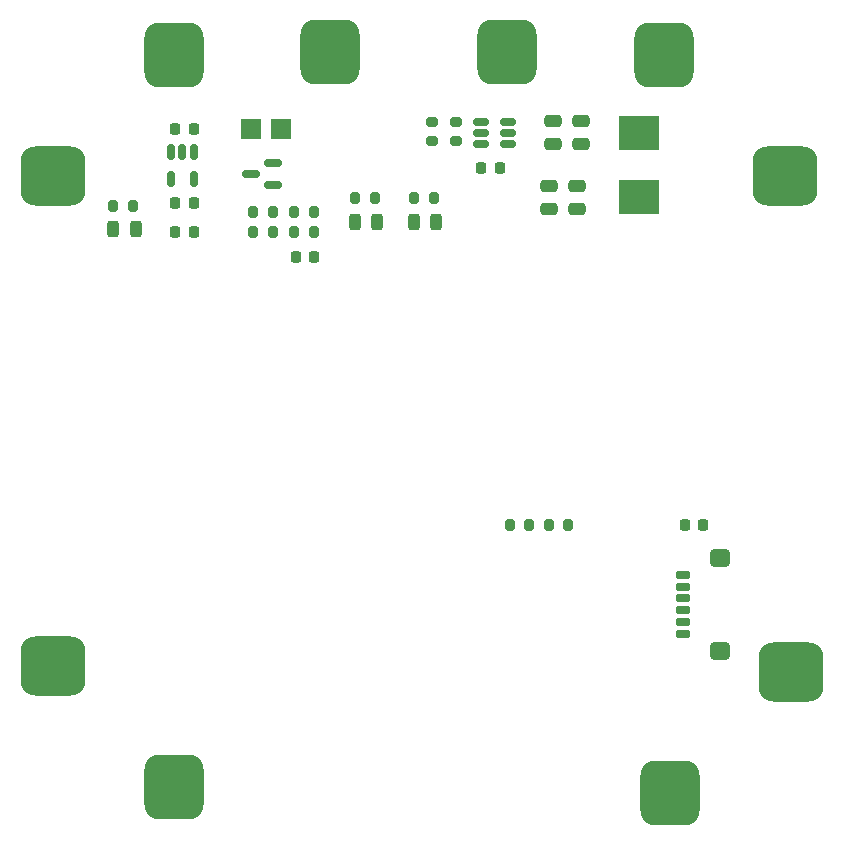
<source format=gtp>
G04 #@! TF.GenerationSoftware,KiCad,Pcbnew,8.0.7*
G04 #@! TF.CreationDate,2025-04-19T00:44:46-07:00*
G04 #@! TF.ProjectId,Hardware,48617264-7761-4726-952e-6b696361645f,rev?*
G04 #@! TF.SameCoordinates,Original*
G04 #@! TF.FileFunction,Paste,Top*
G04 #@! TF.FilePolarity,Positive*
%FSLAX46Y46*%
G04 Gerber Fmt 4.6, Leading zero omitted, Abs format (unit mm)*
G04 Created by KiCad (PCBNEW 8.0.7) date 2025-04-19 00:44:46*
%MOMM*%
%LPD*%
G01*
G04 APERTURE LIST*
G04 Aperture macros list*
%AMRoundRect*
0 Rectangle with rounded corners*
0 $1 Rounding radius*
0 $2 $3 $4 $5 $6 $7 $8 $9 X,Y pos of 4 corners*
0 Add a 4 corners polygon primitive as box body*
4,1,4,$2,$3,$4,$5,$6,$7,$8,$9,$2,$3,0*
0 Add four circle primitives for the rounded corners*
1,1,$1+$1,$2,$3*
1,1,$1+$1,$4,$5*
1,1,$1+$1,$6,$7*
1,1,$1+$1,$8,$9*
0 Add four rect primitives between the rounded corners*
20,1,$1+$1,$2,$3,$4,$5,0*
20,1,$1+$1,$4,$5,$6,$7,0*
20,1,$1+$1,$6,$7,$8,$9,0*
20,1,$1+$1,$8,$9,$2,$3,0*%
G04 Aperture macros list end*
%ADD10RoundRect,0.225000X-0.225000X-0.250000X0.225000X-0.250000X0.225000X0.250000X-0.225000X0.250000X0*%
%ADD11RoundRect,0.200000X0.200000X0.275000X-0.200000X0.275000X-0.200000X-0.275000X0.200000X-0.275000X0*%
%ADD12RoundRect,0.200000X0.275000X-0.200000X0.275000X0.200000X-0.275000X0.200000X-0.275000X-0.200000X0*%
%ADD13RoundRect,0.200000X-0.200000X-0.275000X0.200000X-0.275000X0.200000X0.275000X-0.200000X0.275000X0*%
%ADD14RoundRect,1.250000X-1.250000X-1.500000X1.250000X-1.500000X1.250000X1.500000X-1.250000X1.500000X0*%
%ADD15RoundRect,1.250000X1.250000X1.500000X-1.250000X1.500000X-1.250000X-1.500000X1.250000X-1.500000X0*%
%ADD16RoundRect,0.150000X0.512500X0.150000X-0.512500X0.150000X-0.512500X-0.150000X0.512500X-0.150000X0*%
%ADD17RoundRect,0.250000X-0.475000X0.250000X-0.475000X-0.250000X0.475000X-0.250000X0.475000X0.250000X0*%
%ADD18RoundRect,0.243750X0.243750X0.456250X-0.243750X0.456250X-0.243750X-0.456250X0.243750X-0.456250X0*%
%ADD19RoundRect,0.250000X0.475000X-0.250000X0.475000X0.250000X-0.475000X0.250000X-0.475000X-0.250000X0*%
%ADD20RoundRect,0.225000X0.225000X0.250000X-0.225000X0.250000X-0.225000X-0.250000X0.225000X-0.250000X0*%
%ADD21R,1.700000X1.700000*%
%ADD22RoundRect,0.150000X0.587500X0.150000X-0.587500X0.150000X-0.587500X-0.150000X0.587500X-0.150000X0*%
%ADD23RoundRect,0.150000X0.475000X-0.150000X0.475000X0.150000X-0.475000X0.150000X-0.475000X-0.150000X0*%
%ADD24RoundRect,0.375000X0.475000X-0.375000X0.475000X0.375000X-0.475000X0.375000X-0.475000X-0.375000X0*%
%ADD25R,3.500000X2.950000*%
%ADD26RoundRect,1.250000X-1.500000X1.250000X-1.500000X-1.250000X1.500000X-1.250000X1.500000X1.250000X0*%
%ADD27RoundRect,0.200000X-0.275000X0.200000X-0.275000X-0.200000X0.275000X-0.200000X0.275000X0.200000X0*%
%ADD28RoundRect,1.250000X1.500000X-1.250000X1.500000X1.250000X-1.500000X1.250000X-1.500000X-1.250000X0*%
%ADD29RoundRect,0.150000X-0.150000X0.512500X-0.150000X-0.512500X0.150000X-0.512500X0.150000X0.512500X0*%
G04 APERTURE END LIST*
D10*
X188550000Y-81750000D03*
X190100000Y-81750000D03*
D11*
X175350000Y-81750000D03*
X173700000Y-81750000D03*
D12*
X169140000Y-49300000D03*
X169140000Y-47650000D03*
D13*
X152000000Y-55300000D03*
X153650000Y-55300000D03*
D11*
X157100000Y-57000000D03*
X155450000Y-57000000D03*
D14*
X158500000Y-41750000D03*
D15*
X173500000Y-41750000D03*
D16*
X173575000Y-49550000D03*
X173575000Y-48600000D03*
X173575000Y-47650000D03*
X171300000Y-47650000D03*
X171300000Y-48600000D03*
X171300000Y-49550000D03*
D17*
X177400000Y-47600000D03*
X177400000Y-49500000D03*
X179775000Y-47600000D03*
X179775000Y-49500000D03*
D11*
X167275000Y-54107500D03*
X165625000Y-54107500D03*
D18*
X162500000Y-56142500D03*
X160625000Y-56142500D03*
X167500000Y-56142500D03*
X165625000Y-56142500D03*
D19*
X179375000Y-55000000D03*
X179375000Y-53100000D03*
D20*
X146950000Y-48237500D03*
X145400000Y-48237500D03*
X157125000Y-59100000D03*
X155575000Y-59100000D03*
D21*
X154315000Y-48275000D03*
X151775000Y-48275000D03*
D19*
X177000000Y-55000000D03*
X177000000Y-53100000D03*
D13*
X177025000Y-81750000D03*
X178675000Y-81750000D03*
D22*
X153650000Y-53000000D03*
X153650000Y-51100000D03*
X151775000Y-52050000D03*
D11*
X162275000Y-54107500D03*
X160625000Y-54107500D03*
D23*
X188410000Y-91000000D03*
X188410000Y-90000000D03*
X188410000Y-89000000D03*
X188410000Y-88000000D03*
X188410000Y-87000000D03*
X188410000Y-86000000D03*
D24*
X191535000Y-92450000D03*
X191535000Y-84550000D03*
D25*
X184660000Y-48575000D03*
X184660000Y-54025000D03*
D15*
X145250000Y-42000000D03*
D26*
X135000000Y-52250000D03*
D13*
X152000000Y-57000000D03*
X153650000Y-57000000D03*
D11*
X141800000Y-54750000D03*
X140150000Y-54750000D03*
D20*
X172850000Y-51550000D03*
X171300000Y-51550000D03*
D10*
X145400000Y-57000000D03*
X146950000Y-57000000D03*
D26*
X135000000Y-93750000D03*
D14*
X145250000Y-104000000D03*
D27*
X167140000Y-47650000D03*
X167140000Y-49300000D03*
D13*
X155450000Y-55300000D03*
X157100000Y-55300000D03*
D28*
X197000000Y-52250000D03*
D15*
X186750000Y-42000000D03*
D20*
X146950000Y-54537500D03*
X145400000Y-54537500D03*
D14*
X187250000Y-104500000D03*
D28*
X197500000Y-94250000D03*
D29*
X146950000Y-50225000D03*
X146000000Y-50225000D03*
X145050000Y-50225000D03*
X145050000Y-52500000D03*
X146950000Y-52500000D03*
D18*
X142025000Y-56750000D03*
X140150000Y-56750000D03*
M02*

</source>
